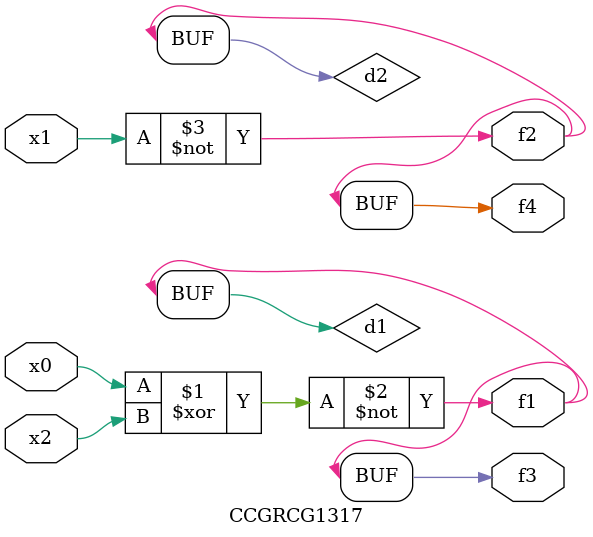
<source format=v>
module CCGRCG1317(
	input x0, x1, x2,
	output f1, f2, f3, f4
);

	wire d1, d2, d3;

	xnor (d1, x0, x2);
	nand (d2, x1);
	nor (d3, x1, x2);
	assign f1 = d1;
	assign f2 = d2;
	assign f3 = d1;
	assign f4 = d2;
endmodule

</source>
